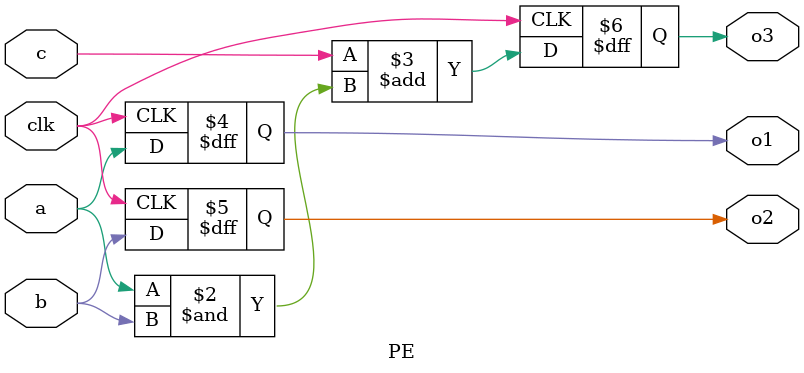
<source format=v>
`timescale 1ns / 1ps


module PE(a,b,c,o1,o2,o3,clk);
    input clk;
    input a,b,c;
    output reg o1,o2,o3;
    reg mul;
    always@(posedge clk)
        begin
            mul = a & b;
            o1 = a;
            o2 = b;
            o3 = c+ mul;
        end
endmodule

</source>
